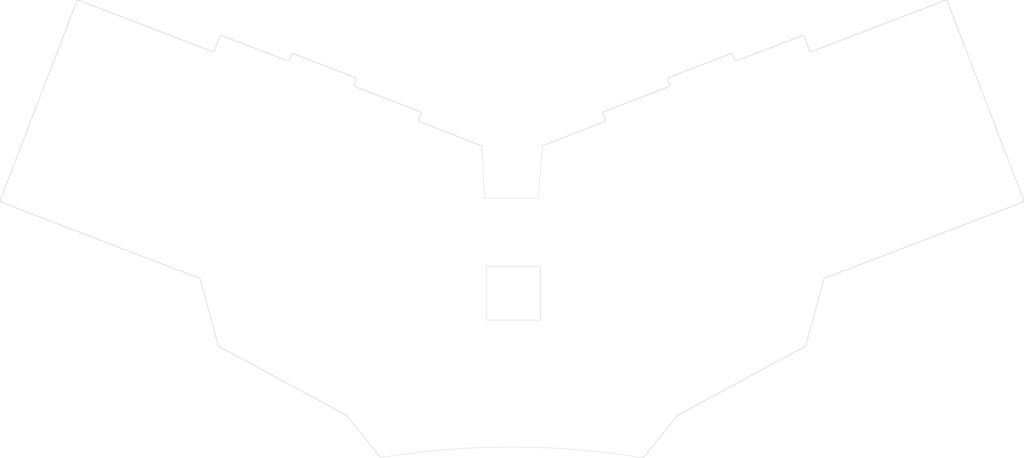
<source format=kicad_pcb>
(kicad_pcb (version 20211014) (generator pcbnew)
  (title_block (title "Rich Keyboard") (date "2018-11-17") (rev "1.0") (company "rvnash"))
  (layers (0 "F.Cu" signal) (31 "B.Cu" signal) (34 "B.Paste" user) (35 "F.Paste" user) (36 "B.SilkS" user "B.Silkscreen") (37 "F.SilkS" user "F.Silkscreen") (38 "B.Mask" user) (39 "F.Mask" user) (44 "Edge.Cuts" user))
  (net 0 "")
  (footprint "nashlib:Kailh_Switch_Hole" (layer "F.Cu") (at 140.97 106.92)
    (fp_text reference "SW2" hide)
    (fp_text value "KEY_SWITCH" hide)
    (fp_line (start 7 -7) (end -7 -7) (layer "Edge.Cuts") (width 0.12))
    (fp_line (start -7 7) (end 7 7) (layer "Edge.Cuts") (width 0.12))
    (fp_line (start 7 7) (end 7 -7) (layer "Edge.Cuts") (width 0.12))
    (fp_line (start -7 -7) (end -7 7) (layer "Edge.Cuts") (width 0.12))
  )
  (footprint "" (layer "F.Cu") (at 110.23 124.08)
    (fp_text reference "case hole6" hide)
    (fp_text value "" (at 0 0) (layer "F.SilkS") (effects (font (size 1.27 1.27))))
    (pad "" np_thru_hole circle (at 0 0 180) (size 2.7 2.7) (drill 2.7) (layers F&B.Cu *.Mask))
  )
  (footprint "" (layer "F.Cu") (at 93.53 70.16)
    (fp_text reference "case hole5" hide)
    (fp_text value "" (at 0 0) (layer "F.SilkS") (effects (font (size 1.27 1.27))))
    (pad "" np_thru_hole circle (at 0 0 180) (size 2.7 2.7) (drill 2.7) (layers F&B.Cu *.Mask))
  )
  (footprint "" (layer "F.Cu") (at 31.78 72.08)
    (fp_text reference "case hole9" hide)
    (fp_text value "" (at 0 0) (layer "F.SilkS") (effects (font (size 1.27 1.27))))
    (pad "" np_thru_hole circle (at 0 0 180) (size 2.7 2.7) (drill 2.7) (layers F&B.Cu *.Mask))
  )
  (footprint "" (layer "F.Cu") (at 38.61 54.33)
    (fp_text reference "case hole8" hide)
    (fp_text value "" (at 0 0) (layer "F.SilkS") (effects (font (size 1.27 1.27))))
    (pad "" np_thru_hole circle (at 0 0 180) (size 2.7 2.7) (drill 2.7) (layers F&B.Cu *.Mask))
  )
  (footprint "" (layer "B.Cu") (at 187.79 69.96 180)
    (fp_text reference "case hole2" hide)
    (fp_text value "" (at 0 0) (layer "B.SilkS") (effects (font (size 1.27 1.27)) (justify mirror)))
    (pad "" np_thru_hole circle (at 0 0) (size 2.7 2.7) (drill 2.7) (layers F&B.Cu *.Mask))
  )
  (footprint "" (layer "B.Cu") (at 249.54 71.88 180)
    (fp_text reference "case hole3" hide)
    (fp_text value "" (at 0 0) (layer "B.SilkS") (effects (font (size 1.27 1.27)) (justify mirror)))
    (pad "" np_thru_hole circle (at 0 0) (size 2.7 2.7) (drill 2.7) (layers F&B.Cu *.Mask))
  )
  (footprint "" (layer "B.Cu") (at 242.71 54.13 180)
    (fp_text reference "case hole4" hide)
    (fp_text value "" (at 0 0) (layer "B.SilkS") (effects (font (size 1.27 1.27)) (justify mirror)))
    (pad "" np_thru_hole circle (at 0 0) (size 2.7 2.7) (drill 2.7) (layers F&B.Cu *.Mask))
  )
  (footprint "" (layer "B.Cu") (at 171.09 123.88 180)
    (fp_text reference "case hole1" hide)
    (fp_text value "" (at 0 0) (layer "B.SilkS") (effects (font (size 1.27 1.27)) (justify mirror)))
    (pad "" np_thru_hole circle (at 0 0) (size 2.7 2.7) (drill 2.7) (layers F&B.Cu *.Mask))
  )
  (gr_line (start 59.360399 103.011488) (end 23.884343 89.39351) (layer "Edge.Cuts") (width 0.15))
  (gr_arc (start 215.933062 39.96552) (mid 216.31561 39.975544) (end 216.57904 40.253138) (layer "Edge.Cuts") (width 0.15))
  (gr_line (start 257.398701 89.3882) (end 273.269564 83.295947) (layer "Edge.Cuts") (width 0.15))
  (gr_line (start 237.240498 36.874303) (end 218.568891 44.041665) (layer "Edge.Cuts") (width 0.15))
  (gr_line (start 99.604846 52.584467) (end 100.052804 51.417491) (layer "Edge.Cuts") (width 0.15))
  (gr_arc (start 116.734557 62.373386) (mid 116.456966 62.109965) (end 116.446952 61.727408) (layer "Edge.Cuts") (width 0.15))
  (gr_line (start 97.667133 138.764068) (end 106.54 149.705) (layer "Edge.Cuts") (width 0.15))
  (gr_arc (start 59.360399 103.011488) (mid 59.525399 103.115586) (end 59.637983 103.274911) (layer "Edge.Cuts") (width 0.15))
  (gr_line (start 164.548479 62.36808) (end 148.563303 68.582752) (layer "Edge.Cuts") (width 0.15))
  (gr_line (start 181.390583 53.225136) (end 164.586139 59.675762) (layer "Edge.Cuts") (width 0.15))
  (gr_arc (start 82.800397 46.133843) (mid 82.536981 46.411452) (end 82.154422 46.421451) (layer "Edge.Cuts") (width 0.15))
  (gr_arc (start 27.525696 31.074956) (mid 27.789116 30.797331) (end 28.17167 30.787351) (layer "Edge.Cuts") (width 0.15))
  (gr_line (start 27.525696 31.074956) (end 7.725866 82.65527) (layer "Edge.Cuts") (width 0.15))
  (gr_line (start 116.446952 61.727408) (end 116.984506 60.327038) (layer "Edge.Cuts") (width 0.15))
  (gr_line (start 215.933062 39.96552) (end 199.128617 46.416149) (layer "Edge.Cuts") (width 0.15))
  (gr_arc (start 64.577252 120.813439) (mid 64.412247 120.709343) (end 64.299662 120.550015) (layer "Edge.Cuts") (width 0.15))
  (gr_line (start 174.727596 149.769317) (end 183.615905 138.758764) (layer "Edge.Cuts") (width 0.15))
  (gr_arc (start 181.230234 51.412184) (mid 181.24023 51.029611) (end 181.517838 50.76621) (layer "Edge.Cuts") (width 0.15))
  (gr_line (start 82.154422 46.421451) (end 65.34997 39.970828) (layer "Edge.Cuts") (width 0.15))
  (gr_arc (start 164.836084 61.722106) (mid 164.826053 62.104638) (end 164.548479 62.36808) (layer "Edge.Cuts") (width 0.15))
  (gr_arc (start 99.892448 53.230443) (mid 99.614828 52.96702) (end 99.604846 52.584467) (layer "Edge.Cuts") (width 0.15))
  (gr_arc (start 99.765199 50.771519) (mid 100.042793 51.034939) (end 100.052804 51.417491) (layer "Edge.Cuts") (width 0.15))
  (gr_line (start 198.482636 46.128539) (end 198.034675 44.961565) (layer "Edge.Cuts") (width 0.15))
  (gr_line (start 273.55717 82.649977) (end 253.757342 31.06966) (layer "Edge.Cuts") (width 0.15))
  (gr_line (start 257.398701 89.3882) (end 221.922641 103.006186) (layer "Edge.Cuts") (width 0.15))
  (gr_arc (start 97.102622 138.408487) (mid 97.393583 138.572456) (end 97.667133 138.764068) (layer "Edge.Cuts") (width 0.15))
  (gr_line (start 64.577252 120.813439) (end 97.102622 138.408487) (layer "Edge.Cuts") (width 0.15))
  (gr_line (start 147.41526 82.197347) (end 148.563303 68.582752) (layer "Edge.Cuts") (width 0.1))
  (gr_arc (start 181.67819 52.579163) (mid 181.668183 52.96172) (end 181.390583 53.225136) (layer "Edge.Cuts") (width 0.15))
  (gr_arc (start 273.55717 82.649977) (mid 273.547153 83.032535) (end 273.269564 83.295947) (layer "Edge.Cuts") (width 0.15))
  (gr_arc (start 218.568891 44.041665) (mid 218.186343 44.031641) (end 217.922917 43.754061) (layer "Edge.Cuts") (width 0.15))
  (gr_arc (start 83.248355 44.966868) (mid 83.511771 44.68927) (end 83.894328 44.679262) (layer "Edge.Cuts") (width 0.15))
  (gr_arc (start 63.360118 43.759358) (mid 63.096701 44.03697) (end 62.714146 44.046965) (layer "Edge.Cuts") (width 0.15))
  (gr_line (start 8.013472 83.301251) (end 23.884343 89.39351) (layer "Edge.Cuts") (width 0.15))
  (gr_line (start 197.388704 44.673959) (end 181.517838 50.76621) (layer "Edge.Cuts") (width 0.15))
  (gr_line (start 133.46474 82.202654) (end 147.41526 82.197347) (layer "Edge.Cuts") (width 0.1))
  (gr_line (start 184.180413 138.403192) (end 216.705786 120.80814) (layer "Edge.Cuts") (width 0.15))
  (gr_line (start 45.909698 37.596342) (end 28.17167 30.787351) (layer "Edge.Cuts") (width 0.15))
  (gr_arc (start 8.013472 83.301251) (mid 7.735893 83.037832) (end 7.725866 82.65527) (layer "Edge.Cuts") (width 0.15))
  (gr_line (start 217.922917 43.754061) (end 216.57904 40.253138) (layer "Edge.Cuts") (width 0.15))
  (gr_arc (start 64.703998 40.258438) (mid 64.967418 39.980823) (end 65.34997 39.970828) (layer "Edge.Cuts") (width 0.15))
  (gr_arc (start 116.696896 59.681065) (mid 116.974462 59.944483) (end 116.984506 60.327038) (layer "Edge.Cuts") (width 0.15))
  (gr_line (start 164.298534 60.321734) (end 164.836084 61.722106) (layer "Edge.Cuts") (width 0.15))
  (gr_line (start 83.248355 44.966868) (end 82.800397 46.133843) (layer "Edge.Cuts") (width 0.15))
  (gr_line (start 132.801655 68.640913) (end 133.46474 82.202654) (layer "Edge.Cuts") (width 0.1))
  (gr_line (start 64.703998 40.258438) (end 63.360118 43.759358) (layer "Edge.Cuts") (width 0.15))
  (gr_line (start 253.111364 30.782048) (end 237.240498 36.874303) (layer "Edge.Cuts") (width 0.15))
  (gr_arc (start 183.615905 138.758764) (mid 183.889457 138.567163) (end 184.180413 138.403192) (layer "Edge.Cuts") (width 0.15))
  (gr_line (start 62.714146 44.046965) (end 45.909698 37.596342) (layer "Edge.Cuts") (width 0.15))
  (gr_line (start 181.230234 51.412184) (end 181.67819 52.579163) (layer "Edge.Cuts") (width 0.15))
  (gr_arc (start 221.645052 103.269605) (mid 221.757644 103.110282) (end 221.922641 103.006186) (layer "Edge.Cuts") (width 0.15))
  (gr_arc (start 216.983372 120.544712) (mid 216.870788 120.704049) (end 216.705786 120.80814) (layer "Edge.Cuts") (width 0.15))
  (gr_arc (start 106.54 149.705001) (mid 140.636442 146.934139) (end 174.727596 149.769317) (layer "Edge.Cuts") (width 0.1))
  (gr_arc (start 253.111364 30.782048) (mid 253.493915 30.792076) (end 253.757342 31.06966) (layer "Edge.Cuts") (width 0.15))
  (gr_line (start 59.637983 103.274911) (end 64.299662 120.550015) (layer "Edge.Cuts") (width 0.15))
  (gr_line (start 216.983372 120.544712) (end 221.645052 103.269605) (layer "Edge.Cuts") (width 0.15))
  (gr_line (start 132.801655 68.640913) (end 116.734557 62.373386) (layer "Edge.Cuts") (width 0.15))
  (gr_arc (start 164.298534 60.321734) (mid 164.308562 59.93919) (end 164.586139 59.675762) (layer "Edge.Cuts") (width 0.15))
  (gr_arc (start 199.128617 46.416149) (mid 198.746064 46.406128) (end 198.482636 46.128539) (layer "Edge.Cuts") (width 0.15))
  (gr_line (start 116.696896 59.681065) (end 99.892448 53.230443) (layer "Edge.Cuts") (width 0.15))
  (gr_arc (start 197.388704 44.673959) (mid 197.771286 44.683946) (end 198.034675 44.961565) (layer "Edge.Cuts") (width 0.15))
  (gr_line (start 99.765199 50.771519) (end 83.894328 44.679262) (layer "Edge.Cuts") (width 0.15))
)
</source>
